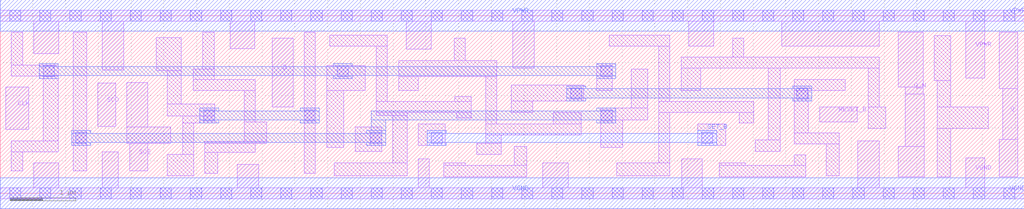
<source format=lef>
# Copyright 2020 The SkyWater PDK Authors
#
# Licensed under the Apache License, Version 2.0 (the "License");
# you may not use this file except in compliance with the License.
# You may obtain a copy of the License at
#
#     https://www.apache.org/licenses/LICENSE-2.0
#
# Unless required by applicable law or agreed to in writing, software
# distributed under the License is distributed on an "AS IS" BASIS,
# WITHOUT WARRANTIES OR CONDITIONS OF ANY KIND, either express or implied.
# See the License for the specific language governing permissions and
# limitations under the License.
#
# SPDX-License-Identifier: Apache-2.0

VERSION 5.7 ;
  NAMESCASESENSITIVE ON ;
  NOWIREEXTENSIONATPIN ON ;
  DIVIDERCHAR "/" ;
  BUSBITCHARS "[]" ;
UNITS
  DATABASE MICRONS 200 ;
END UNITS
PROPERTYDEFINITIONS
  MACRO maskLayoutSubType STRING ;
  MACRO prCellType STRING ;
  MACRO originalViewName STRING ;
END PROPERTYDEFINITIONS
MACRO sky130_fd_sc_hdll__sdfbbp_1
  CLASS CORE ;
  FOREIGN sky130_fd_sc_hdll__sdfbbp_1 ;
  ORIGIN  0.000000  0.000000 ;
  SIZE  15.64000 BY  2.720000 ;
  SYMMETRY X Y R90 ;
  SITE unithd ;
  PIN CLK
    ANTENNAGATEAREA  0.178200 ;
    DIRECTION INPUT ;
    USE SIGNAL ;
    PORT
      LAYER li1 ;
        RECT 0.085000 0.975000 0.435000 1.625000 ;
    END
  END CLK
  PIN D
    ANTENNAGATEAREA  0.138600 ;
    DIRECTION INPUT ;
    USE SIGNAL ;
    PORT
      LAYER li1 ;
        RECT 4.155000 1.325000 4.475000 2.375000 ;
    END
  END D
  PIN Q
    ANTENNADIFFAREA  0.439000 ;
    DIRECTION OUTPUT ;
    USE SIGNAL ;
    PORT
      LAYER li1 ;
        RECT 15.260000 0.255000 15.545000 0.825000 ;
        RECT 15.260000 1.605000 15.545000 2.465000 ;
        RECT 15.310000 0.825000 15.545000 1.605000 ;
    END
  END Q
  PIN Q_N
    ANTENNADIFFAREA  0.595750 ;
    DIRECTION OUTPUT ;
    USE SIGNAL ;
    PORT
      LAYER li1 ;
        RECT 13.715000 0.255000 14.115000 0.715000 ;
        RECT 13.715000 1.630000 14.095000 2.465000 ;
        RECT 13.820000 0.715000 14.115000 1.520000 ;
        RECT 13.820000 1.520000 14.095000 1.630000 ;
    END
  END Q_N
  PIN RESET_B
    ANTENNAGATEAREA  0.178200 ;
    DIRECTION INPUT ;
    USE SIGNAL ;
    PORT
      LAYER li1 ;
        RECT 12.515000 1.095000 13.090000 1.325000 ;
    END
  END RESET_B
  PIN SCD
    ANTENNAGATEAREA  0.178200 ;
    DIRECTION INPUT ;
    USE SIGNAL ;
    PORT
      LAYER li1 ;
        RECT 1.490000 1.025000 1.765000 1.685000 ;
    END
  END SCD
  PIN SCE
    ANTENNAGATEAREA  0.277200 ;
    DIRECTION INPUT ;
    USE SIGNAL ;
    PORT
      LAYER li1 ;
        RECT 1.935000 0.760000 2.255000 0.765000 ;
        RECT 1.935000 0.765000 2.605000 1.015000 ;
        RECT 1.935000 1.015000 2.255000 1.695000 ;
        RECT 1.975000 0.345000 2.255000 0.760000 ;
    END
  END SCE
  PIN SET_B
    ANTENNAGATEAREA  0.277200 ;
    DIRECTION INPUT ;
    USE SIGNAL ;
    PORT
      LAYER met1 ;
        RECT  6.525000 0.735000  6.815000 0.780000 ;
        RECT  6.525000 0.780000 10.945000 0.920000 ;
        RECT  6.525000 0.920000  6.815000 0.965000 ;
        RECT 10.655000 0.735000 10.945000 0.780000 ;
        RECT 10.655000 0.920000 10.945000 0.965000 ;
    END
  END SET_B
  PIN VGND
    ANTENNADIFFAREA  1.524700 ;
    DIRECTION INOUT ;
    USE SIGNAL ;
    PORT
      LAYER li1 ;
        RECT  0.000000 -0.085000 15.640000 0.085000 ;
        RECT  0.515000  0.085000  0.895000 0.465000 ;
        RECT  1.555000  0.085000  1.805000 0.635000 ;
        RECT  3.620000  0.085000  3.950000 0.445000 ;
        RECT  6.385000  0.085000  6.555000 0.525000 ;
        RECT  8.290000  0.085000  8.675000 0.465000 ;
        RECT 10.410000  0.085000 10.720000 0.525000 ;
        RECT 13.100000  0.085000 13.430000 0.805000 ;
        RECT 14.750000  0.085000 15.040000 0.545000 ;
      LAYER mcon ;
        RECT  0.145000 -0.085000  0.315000 0.085000 ;
        RECT  0.605000 -0.085000  0.775000 0.085000 ;
        RECT  1.065000 -0.085000  1.235000 0.085000 ;
        RECT  1.525000 -0.085000  1.695000 0.085000 ;
        RECT  1.985000 -0.085000  2.155000 0.085000 ;
        RECT  2.445000 -0.085000  2.615000 0.085000 ;
        RECT  2.905000 -0.085000  3.075000 0.085000 ;
        RECT  3.365000 -0.085000  3.535000 0.085000 ;
        RECT  3.825000 -0.085000  3.995000 0.085000 ;
        RECT  4.285000 -0.085000  4.455000 0.085000 ;
        RECT  4.745000 -0.085000  4.915000 0.085000 ;
        RECT  5.205000 -0.085000  5.375000 0.085000 ;
        RECT  5.665000 -0.085000  5.835000 0.085000 ;
        RECT  6.125000 -0.085000  6.295000 0.085000 ;
        RECT  6.585000 -0.085000  6.755000 0.085000 ;
        RECT  7.045000 -0.085000  7.215000 0.085000 ;
        RECT  7.505000 -0.085000  7.675000 0.085000 ;
        RECT  7.965000 -0.085000  8.135000 0.085000 ;
        RECT  8.425000 -0.085000  8.595000 0.085000 ;
        RECT  8.885000 -0.085000  9.055000 0.085000 ;
        RECT  9.345000 -0.085000  9.515000 0.085000 ;
        RECT  9.805000 -0.085000  9.975000 0.085000 ;
        RECT 10.265000 -0.085000 10.435000 0.085000 ;
        RECT 10.725000 -0.085000 10.895000 0.085000 ;
        RECT 11.185000 -0.085000 11.355000 0.085000 ;
        RECT 11.645000 -0.085000 11.815000 0.085000 ;
        RECT 12.105000 -0.085000 12.275000 0.085000 ;
        RECT 12.565000 -0.085000 12.735000 0.085000 ;
        RECT 13.025000 -0.085000 13.195000 0.085000 ;
        RECT 13.485000 -0.085000 13.655000 0.085000 ;
        RECT 13.945000 -0.085000 14.115000 0.085000 ;
        RECT 14.405000 -0.085000 14.575000 0.085000 ;
        RECT 14.865000 -0.085000 15.035000 0.085000 ;
        RECT 15.325000 -0.085000 15.495000 0.085000 ;
    END
    PORT
      LAYER met1 ;
        RECT 0.000000 -0.240000 15.640000 0.240000 ;
    END
  END VGND
  PIN VPWR
    ANTENNADIFFAREA  2.152000 ;
    DIRECTION INOUT ;
    USE SIGNAL ;
    PORT
      LAYER li1 ;
        RECT  0.000000 2.635000 15.640000 2.805000 ;
        RECT  0.515000 2.135000  0.895000 2.635000 ;
        RECT  1.555000 1.885000  1.885000 2.635000 ;
        RECT  3.510000 2.215000  3.890000 2.635000 ;
        RECT  6.205000 2.205000  6.585000 2.635000 ;
        RECT  7.825000 1.915000  8.155000 2.635000 ;
        RECT 10.520000 2.255000 10.900000 2.635000 ;
        RECT 11.940000 2.255000 13.430000 2.635000 ;
        RECT 14.745000 1.765000 15.040000 2.635000 ;
      LAYER mcon ;
        RECT  0.145000 2.635000  0.315000 2.805000 ;
        RECT  0.605000 2.635000  0.775000 2.805000 ;
        RECT  1.065000 2.635000  1.235000 2.805000 ;
        RECT  1.525000 2.635000  1.695000 2.805000 ;
        RECT  1.985000 2.635000  2.155000 2.805000 ;
        RECT  2.445000 2.635000  2.615000 2.805000 ;
        RECT  2.905000 2.635000  3.075000 2.805000 ;
        RECT  3.365000 2.635000  3.535000 2.805000 ;
        RECT  3.825000 2.635000  3.995000 2.805000 ;
        RECT  4.285000 2.635000  4.455000 2.805000 ;
        RECT  4.745000 2.635000  4.915000 2.805000 ;
        RECT  5.205000 2.635000  5.375000 2.805000 ;
        RECT  5.665000 2.635000  5.835000 2.805000 ;
        RECT  6.125000 2.635000  6.295000 2.805000 ;
        RECT  6.585000 2.635000  6.755000 2.805000 ;
        RECT  7.045000 2.635000  7.215000 2.805000 ;
        RECT  7.505000 2.635000  7.675000 2.805000 ;
        RECT  7.965000 2.635000  8.135000 2.805000 ;
        RECT  8.425000 2.635000  8.595000 2.805000 ;
        RECT  8.885000 2.635000  9.055000 2.805000 ;
        RECT  9.345000 2.635000  9.515000 2.805000 ;
        RECT  9.805000 2.635000  9.975000 2.805000 ;
        RECT 10.265000 2.635000 10.435000 2.805000 ;
        RECT 10.725000 2.635000 10.895000 2.805000 ;
        RECT 11.185000 2.635000 11.355000 2.805000 ;
        RECT 11.645000 2.635000 11.815000 2.805000 ;
        RECT 12.105000 2.635000 12.275000 2.805000 ;
        RECT 12.565000 2.635000 12.735000 2.805000 ;
        RECT 13.025000 2.635000 13.195000 2.805000 ;
        RECT 13.485000 2.635000 13.655000 2.805000 ;
        RECT 13.945000 2.635000 14.115000 2.805000 ;
        RECT 14.405000 2.635000 14.575000 2.805000 ;
        RECT 14.865000 2.635000 15.035000 2.805000 ;
        RECT 15.325000 2.635000 15.495000 2.805000 ;
    END
    PORT
      LAYER met1 ;
        RECT 0.000000 2.480000 15.640000 2.960000 ;
    END
  END VPWR
  OBS
    LAYER li1 ;
      RECT  0.170000 0.345000  0.345000 0.635000 ;
      RECT  0.170000 0.635000  0.885000 0.805000 ;
      RECT  0.170000 1.795000  0.885000 1.965000 ;
      RECT  0.170000 1.965000  0.345000 2.465000 ;
      RECT  0.655000 0.805000  0.885000 1.795000 ;
      RECT  1.115000 0.345000  1.320000 2.465000 ;
      RECT  2.385000 1.875000  2.765000 2.385000 ;
      RECT  2.550000 0.265000  2.955000 0.595000 ;
      RECT  2.550000 1.185000  3.275000 1.365000 ;
      RECT  2.550000 1.365000  2.765000 1.875000 ;
      RECT  2.785000 0.595000  2.955000 1.075000 ;
      RECT  2.785000 1.075000  3.275000 1.185000 ;
      RECT  2.945000 1.575000  3.895000 1.745000 ;
      RECT  2.945000 1.745000  3.265000 1.905000 ;
      RECT  3.095000 1.905000  3.265000 2.465000 ;
      RECT  3.125000 0.305000  3.325000 0.625000 ;
      RECT  3.125000 0.625000  3.895000 0.765000 ;
      RECT  3.125000 0.765000  4.070000 0.795000 ;
      RECT  3.725000 0.795000  4.070000 1.095000 ;
      RECT  3.725000 1.095000  3.895000 1.575000 ;
      RECT  4.645000 0.305000  4.815000 2.465000 ;
      RECT  4.985000 0.705000  5.245000 1.575000 ;
      RECT  4.985000 1.575000  5.575000 1.955000 ;
      RECT  5.035000 2.250000  5.915000 2.420000 ;
      RECT  5.100000 0.265000  6.215000 0.465000 ;
      RECT  5.425000 0.645000  5.825000 1.015000 ;
      RECT  5.745000 1.195000  6.215000 1.235000 ;
      RECT  5.745000 1.235000  7.195000 1.405000 ;
      RECT  5.745000 1.405000  5.915000 2.250000 ;
      RECT  5.995000 0.465000  6.215000 1.195000 ;
      RECT  6.085000 1.575000  6.385000 1.785000 ;
      RECT  6.085000 1.785000  7.585000 2.035000 ;
      RECT  6.385000 0.735000  6.795000 1.065000 ;
      RECT  6.775000 0.255000  8.045000 0.425000 ;
      RECT  6.775000 0.425000  7.105000 0.465000 ;
      RECT  6.935000 2.035000  7.105000 2.375000 ;
      RECT  6.945000 1.405000  7.195000 1.485000 ;
      RECT  6.975000 1.155000  7.195000 1.235000 ;
      RECT  7.275000 0.595000  7.655000 0.765000 ;
      RECT  7.415000 0.765000  7.655000 0.895000 ;
      RECT  7.415000 0.895000  8.875000 1.065000 ;
      RECT  7.415000 1.065000  7.585000 1.785000 ;
      RECT  7.805000 1.235000  8.135000 1.415000 ;
      RECT  7.805000 1.415000  8.910000 1.655000 ;
      RECT  7.850000 0.425000  8.045000 0.715000 ;
      RECT  8.445000 1.065000  8.875000 1.235000 ;
      RECT  9.110000 1.575000  9.345000 1.985000 ;
      RECT  9.170000 0.705000  9.510000 1.125000 ;
      RECT  9.170000 1.125000  9.890000 1.305000 ;
      RECT  9.300000 2.250000 10.230000 2.420000 ;
      RECT  9.415000 0.265000 10.230000 0.465000 ;
      RECT  9.635000 1.305000  9.890000 1.905000 ;
      RECT 10.060000 0.465000 10.230000 1.235000 ;
      RECT 10.060000 1.235000 11.510000 1.405000 ;
      RECT 10.060000 1.405000 10.230000 2.250000 ;
      RECT 10.400000 1.575000 10.700000 1.915000 ;
      RECT 10.400000 1.915000 13.430000 2.085000 ;
      RECT 10.655000 0.735000 11.080000 1.065000 ;
      RECT 10.980000 0.255000 12.300000 0.425000 ;
      RECT 10.980000 0.425000 11.380000 0.465000 ;
      RECT 11.190000 2.085000 11.360000 2.375000 ;
      RECT 11.290000 1.075000 11.510000 1.235000 ;
      RECT 11.535000 0.645000 11.915000 0.815000 ;
      RECT 11.730000 0.815000 11.915000 1.915000 ;
      RECT 12.125000 0.425000 12.300000 0.585000 ;
      RECT 12.130000 0.755000 12.815000 0.925000 ;
      RECT 12.130000 0.925000 12.345000 1.575000 ;
      RECT 12.130000 1.575000 12.905000 1.745000 ;
      RECT 12.615000 0.265000 12.815000 0.755000 ;
      RECT 13.260000 0.995000 13.525000 1.325000 ;
      RECT 13.260000 1.325000 13.430000 1.915000 ;
      RECT 14.265000 1.725000 14.520000 2.415000 ;
      RECT 14.315000 0.255000 14.520000 0.995000 ;
      RECT 14.315000 0.995000 15.090000 1.325000 ;
      RECT 14.315000 1.325000 14.520000 1.725000 ;
    LAYER mcon ;
      RECT  0.655000 1.785000  0.825000 1.955000 ;
      RECT  1.150000 0.765000  1.320000 0.935000 ;
      RECT  3.105000 1.105000  3.275000 1.275000 ;
      RECT  4.645000 1.105000  4.815000 1.275000 ;
      RECT  5.145000 1.785000  5.315000 1.955000 ;
      RECT  5.655000 0.765000  5.825000 0.935000 ;
      RECT  6.585000 0.765000  6.755000 0.935000 ;
      RECT  8.715000 1.445000  8.885000 1.615000 ;
      RECT  9.175000 1.105000  9.345000 1.275000 ;
      RECT  9.175000 1.785000  9.345000 1.955000 ;
      RECT 10.715000 0.765000 10.885000 0.935000 ;
      RECT 12.165000 1.445000 12.335000 1.615000 ;
    LAYER met1 ;
      RECT  0.595000 1.755000  0.885000 1.800000 ;
      RECT  0.595000 1.800000  9.405000 1.940000 ;
      RECT  0.595000 1.940000  0.885000 1.985000 ;
      RECT  1.090000 0.735000  1.380000 0.780000 ;
      RECT  1.090000 0.780000  5.885000 0.920000 ;
      RECT  1.090000 0.920000  1.380000 0.965000 ;
      RECT  3.045000 1.075000  3.335000 1.120000 ;
      RECT  3.045000 1.120000  4.875000 1.260000 ;
      RECT  3.045000 1.260000  3.335000 1.305000 ;
      RECT  4.585000 1.075000  4.875000 1.120000 ;
      RECT  4.585000 1.260000  4.875000 1.305000 ;
      RECT  5.085000 1.755000  5.375000 1.800000 ;
      RECT  5.085000 1.940000  5.375000 1.985000 ;
      RECT  5.595000 0.735000  5.885000 0.780000 ;
      RECT  5.595000 0.920000  5.885000 0.965000 ;
      RECT  5.670000 0.965000  5.885000 1.120000 ;
      RECT  5.670000 1.120000  9.405000 1.260000 ;
      RECT  8.655000 1.415000  8.945000 1.460000 ;
      RECT  8.655000 1.460000 12.395000 1.600000 ;
      RECT  8.655000 1.600000  8.945000 1.645000 ;
      RECT  9.115000 1.075000  9.405000 1.120000 ;
      RECT  9.115000 1.260000  9.405000 1.305000 ;
      RECT  9.115000 1.755000  9.405000 1.800000 ;
      RECT  9.115000 1.940000  9.405000 1.985000 ;
      RECT 12.105000 1.415000 12.395000 1.460000 ;
      RECT 12.105000 1.600000 12.395000 1.645000 ;
  END
  PROPERTY maskLayoutSubType "abstract" ;
  PROPERTY prCellType "standard" ;
  PROPERTY originalViewName "layout" ;
END sky130_fd_sc_hdll__sdfbbp_1
END LIBRARY

</source>
